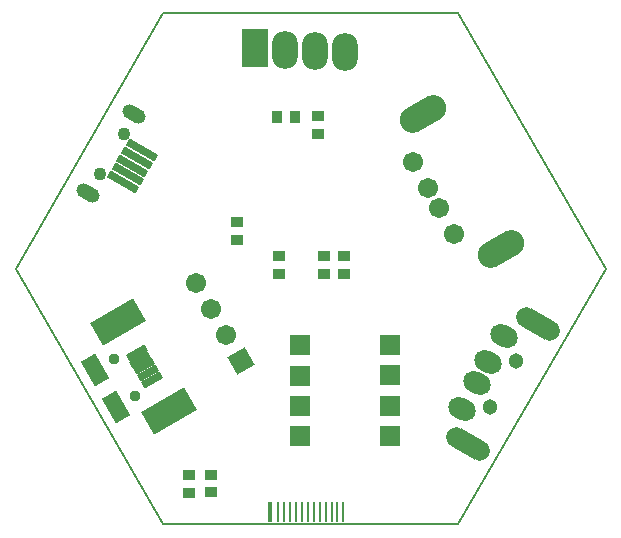
<source format=gts>
%FSLAX25Y25*%
%MOIN*%
G70*
G01*
G75*
G04 Layer_Color=8388736*
%ADD10R,0.03347X0.02756*%
%ADD11R,0.02756X0.03347*%
%ADD12R,0.05906X0.05906*%
G04:AMPARAMS|DCode=13|XSize=157.48mil|YSize=78.74mil|CornerRadius=0mil|HoleSize=0mil|Usage=FLASHONLY|Rotation=30.000|XOffset=0mil|YOffset=0mil|HoleType=Round|Shape=Rectangle|*
%AMROTATEDRECTD13*
4,1,4,-0.04851,-0.07347,-0.08788,-0.00528,0.04851,0.07347,0.08788,0.00528,-0.04851,-0.07347,0.0*
%
%ADD13ROTATEDRECTD13*%

G04:AMPARAMS|DCode=14|XSize=86.61mil|YSize=47.24mil|CornerRadius=0mil|HoleSize=0mil|Usage=FLASHONLY|Rotation=300.000|XOffset=0mil|YOffset=0mil|HoleType=Round|Shape=Rectangle|*
%AMROTATEDRECTD14*
4,1,4,-0.04211,0.02569,-0.00120,0.04932,0.04211,-0.02569,0.00120,-0.04932,-0.04211,0.02569,0.0*
%
%ADD14ROTATEDRECTD14*%

G04:AMPARAMS|DCode=15|XSize=62.99mil|YSize=17.72mil|CornerRadius=0mil|HoleSize=0mil|Usage=FLASHONLY|Rotation=210.000|XOffset=0mil|YOffset=0mil|HoleType=Round|Shape=Rectangle|*
%AMROTATEDRECTD15*
4,1,4,0.02285,0.02342,0.03171,0.00808,-0.02285,-0.02342,-0.03171,-0.00808,0.02285,0.02342,0.0*
%
%ADD15ROTATEDRECTD15*%

G04:AMPARAMS|DCode=16|XSize=102.36mil|YSize=17.72mil|CornerRadius=0mil|HoleSize=0mil|Usage=FLASHONLY|Rotation=330.000|XOffset=0mil|YOffset=0mil|HoleType=Round|Shape=Rectangle|*
%AMROTATEDRECTD16*
4,1,4,-0.04875,0.01792,-0.03990,0.03326,0.04875,-0.01792,0.03990,-0.03326,-0.04875,0.01792,0.0*
%
%ADD16ROTATEDRECTD16*%

%ADD17R,0.00984X0.06693*%
%ADD18R,0.00984X0.06693*%
%ADD19R,0.01575X0.06693*%
%ADD20C,0.00800*%
%ADD21C,0.01000*%
%ADD22C,0.03000*%
%ADD23C,0.02000*%
%ADD24C,0.00250*%
%ADD25C,0.00500*%
G04:AMPARAMS|DCode=26|XSize=86.61mil|YSize=62.99mil|CornerRadius=0mil|HoleSize=0mil|Usage=FLASHONLY|Rotation=150.000|XOffset=0mil|YOffset=0mil|HoleType=Round|Shape=Round|*
%AMOVALD26*
21,1,0.02362,0.06299,0.00000,0.00000,150.0*
1,1,0.06299,0.01023,-0.00591*
1,1,0.06299,-0.01023,0.00591*
%
%ADD26OVALD26*%

G04:AMPARAMS|DCode=27|XSize=150mil|YSize=60mil|CornerRadius=0mil|HoleSize=0mil|Usage=FLASHONLY|Rotation=150.000|XOffset=0mil|YOffset=0mil|HoleType=Round|Shape=Round|*
%AMOVALD27*
21,1,0.09000,0.06000,0.00000,0.00000,150.0*
1,1,0.06000,0.03897,-0.02250*
1,1,0.06000,-0.03897,0.02250*
%
%ADD27OVALD27*%

%ADD28C,0.04331*%
%ADD29C,0.05906*%
G04:AMPARAMS|DCode=30|XSize=157.48mil|YSize=78.74mil|CornerRadius=0mil|HoleSize=0mil|Usage=FLASHONLY|Rotation=210.000|XOffset=0mil|YOffset=0mil|HoleType=Round|Shape=Round|*
%AMOVALD30*
21,1,0.07874,0.07874,0.00000,0.00000,210.0*
1,1,0.07874,0.03410,0.01969*
1,1,0.07874,-0.03410,-0.01969*
%
%ADD30OVALD30*%

%ADD31P,0.08352X4X165.0*%
%ADD32C,0.02953*%
G04:AMPARAMS|DCode=33|XSize=74.8mil|YSize=39.37mil|CornerRadius=0mil|HoleSize=0mil|Usage=FLASHONLY|Rotation=330.000|XOffset=0mil|YOffset=0mil|HoleType=Round|Shape=Round|*
%AMOVALD33*
21,1,0.03543,0.03937,0.00000,0.00000,330.0*
1,1,0.03937,-0.01534,0.00886*
1,1,0.03937,0.01534,-0.00886*
%
%ADD33OVALD33*%

%ADD34C,0.03543*%
%ADD35O,0.07874X0.11811*%
%ADD36R,0.07874X0.11811*%
%ADD37C,0.02000*%
%ADD38C,0.03000*%
%ADD39C,0.00100*%
%ADD40R,0.01575X0.06693*%
%ADD41R,0.10236X0.10236*%
%ADD42R,0.03400X0.01200*%
%ADD43R,0.01200X0.03400*%
G04:AMPARAMS|DCode=44|XSize=23.62mil|YSize=47.24mil|CornerRadius=0mil|HoleSize=0mil|Usage=FLASHONLY|Rotation=225.000|XOffset=0mil|YOffset=0mil|HoleType=Round|Shape=Rectangle|*
%AMROTATEDRECTD44*
4,1,4,-0.00835,0.02506,0.02506,-0.00835,0.00835,-0.02506,-0.02506,0.00835,-0.00835,0.02506,0.0*
%
%ADD44ROTATEDRECTD44*%

%ADD45O,0.02500X0.05500*%
%ADD46R,0.02500X0.05500*%
%ADD47R,0.07874X0.07874*%
%ADD48R,0.07087X0.03937*%
%ADD49R,0.03937X0.02362*%
%ADD50R,0.02362X0.03937*%
G04:AMPARAMS|DCode=51|XSize=27.56mil|YSize=33.47mil|CornerRadius=0mil|HoleSize=0mil|Usage=FLASHONLY|Rotation=45.000|XOffset=0mil|YOffset=0mil|HoleType=Round|Shape=Rectangle|*
%AMROTATEDRECTD51*
4,1,4,0.00209,-0.02158,-0.02158,0.00209,-0.00209,0.02158,0.02158,-0.00209,0.00209,-0.02158,0.0*
%
%ADD51ROTATEDRECTD51*%

G04:AMPARAMS|DCode=52|XSize=27.56mil|YSize=33.47mil|CornerRadius=0mil|HoleSize=0mil|Usage=FLASHONLY|Rotation=315.000|XOffset=0mil|YOffset=0mil|HoleType=Round|Shape=Rectangle|*
%AMROTATEDRECTD52*
4,1,4,-0.02158,-0.00209,0.00209,0.02158,0.02158,0.00209,-0.00209,-0.02158,-0.02158,-0.00209,0.0*
%
%ADD52ROTATEDRECTD52*%

%ADD53P,0.03341X4X270.0*%
%ADD54P,0.03341X4X195.0*%
%ADD55P,0.03341X4X75.0*%
G04:AMPARAMS|DCode=56|XSize=31.5mil|YSize=31.5mil|CornerRadius=3.15mil|HoleSize=0mil|Usage=FLASHONLY|Rotation=180.000|XOffset=0mil|YOffset=0mil|HoleType=Round|Shape=RoundedRectangle|*
%AMROUNDEDRECTD56*
21,1,0.03150,0.02520,0,0,180.0*
21,1,0.02520,0.03150,0,0,180.0*
1,1,0.00630,-0.01260,0.01260*
1,1,0.00630,0.01260,0.01260*
1,1,0.00630,0.01260,-0.01260*
1,1,0.00630,-0.01260,-0.01260*
%
%ADD56ROUNDEDRECTD56*%
%ADD57C,0.01500*%
%ADD58C,0.04000*%
%ADD59C,0.02362*%
%ADD60C,0.00984*%
%ADD61C,0.00787*%
%ADD62C,0.00600*%
%ADD63R,0.02300X0.02400*%
%ADD64R,0.04147X0.03556*%
%ADD65R,0.03556X0.04147*%
%ADD66R,0.06706X0.06706*%
G04:AMPARAMS|DCode=67|XSize=165.48mil|YSize=86.74mil|CornerRadius=0mil|HoleSize=0mil|Usage=FLASHONLY|Rotation=30.000|XOffset=0mil|YOffset=0mil|HoleType=Round|Shape=Rectangle|*
%AMROTATEDRECTD67*
4,1,4,-0.04997,-0.07893,-0.09334,-0.00381,0.04997,0.07893,0.09334,0.00381,-0.04997,-0.07893,0.0*
%
%ADD67ROTATEDRECTD67*%

G04:AMPARAMS|DCode=68|XSize=94.61mil|YSize=55.24mil|CornerRadius=0mil|HoleSize=0mil|Usage=FLASHONLY|Rotation=300.000|XOffset=0mil|YOffset=0mil|HoleType=Round|Shape=Rectangle|*
%AMROTATEDRECTD68*
4,1,4,-0.04758,0.02716,0.00027,0.05478,0.04758,-0.02716,-0.00027,-0.05478,-0.04758,0.02716,0.0*
%
%ADD68ROTATEDRECTD68*%

G04:AMPARAMS|DCode=69|XSize=70.99mil|YSize=25.72mil|CornerRadius=0mil|HoleSize=0mil|Usage=FLASHONLY|Rotation=210.000|XOffset=0mil|YOffset=0mil|HoleType=Round|Shape=Rectangle|*
%AMROTATEDRECTD69*
4,1,4,0.02431,0.02888,0.03717,0.00661,-0.02431,-0.02888,-0.03717,-0.00661,0.02431,0.02888,0.0*
%
%ADD69ROTATEDRECTD69*%

G04:AMPARAMS|DCode=70|XSize=110.36mil|YSize=25.72mil|CornerRadius=0mil|HoleSize=0mil|Usage=FLASHONLY|Rotation=330.000|XOffset=0mil|YOffset=0mil|HoleType=Round|Shape=Rectangle|*
%AMROTATEDRECTD70*
4,1,4,-0.05422,0.01646,-0.04136,0.03873,0.05422,-0.01646,0.04136,-0.03873,-0.05422,0.01646,0.0*
%
%ADD70ROTATEDRECTD70*%

G04:AMPARAMS|DCode=71|XSize=94.61mil|YSize=70.99mil|CornerRadius=0mil|HoleSize=0mil|Usage=FLASHONLY|Rotation=150.000|XOffset=0mil|YOffset=0mil|HoleType=Round|Shape=Round|*
%AMOVALD71*
21,1,0.02362,0.07099,0.00000,0.00000,150.0*
1,1,0.07099,0.01023,-0.00591*
1,1,0.07099,-0.01023,0.00591*
%
%ADD71OVALD71*%

G04:AMPARAMS|DCode=72|XSize=158mil|YSize=68mil|CornerRadius=0mil|HoleSize=0mil|Usage=FLASHONLY|Rotation=150.000|XOffset=0mil|YOffset=0mil|HoleType=Round|Shape=Round|*
%AMOVALD72*
21,1,0.09000,0.06800,0.00000,0.00000,150.0*
1,1,0.06800,0.03897,-0.02250*
1,1,0.06800,-0.03897,0.02250*
%
%ADD72OVALD72*%

%ADD73C,0.05131*%
%ADD74C,0.06706*%
G04:AMPARAMS|DCode=75|XSize=165.48mil|YSize=86.74mil|CornerRadius=0mil|HoleSize=0mil|Usage=FLASHONLY|Rotation=210.000|XOffset=0mil|YOffset=0mil|HoleType=Round|Shape=Round|*
%AMOVALD75*
21,1,0.07874,0.08674,0.00000,0.00000,210.0*
1,1,0.08674,0.03410,0.01969*
1,1,0.08674,-0.03410,-0.01969*
%
%ADD75OVALD75*%

%ADD76P,0.09483X4X165.0*%
%ADD77C,0.03753*%
G04:AMPARAMS|DCode=78|XSize=82.8mil|YSize=47.37mil|CornerRadius=0mil|HoleSize=0mil|Usage=FLASHONLY|Rotation=330.000|XOffset=0mil|YOffset=0mil|HoleType=Round|Shape=Round|*
%AMOVALD78*
21,1,0.03543,0.04737,0.00000,0.00000,330.0*
1,1,0.04737,-0.01534,0.00886*
1,1,0.04737,0.01534,-0.00886*
%
%ADD78OVALD78*%

%ADD79C,0.04343*%
%ADD80O,0.08674X0.12611*%
%ADD81R,0.08674X0.12611*%
D17*
X470553Y211500D02*
D03*
X468585D02*
D03*
X466616D02*
D03*
X464648D02*
D03*
X462679D02*
D03*
X460711D02*
D03*
X458743D02*
D03*
X456774D02*
D03*
X454806D02*
D03*
X452837D02*
D03*
X450869D02*
D03*
D18*
X448900D02*
D03*
D19*
X445947D02*
D03*
D24*
X459838Y377977D02*
G03*
X459838Y377977I-125J0D01*
G01*
X533657Y335358D02*
G03*
X533657Y335358I-125J0D01*
G01*
Y250119D02*
G03*
X533657Y250119I-125J0D01*
G01*
X459838Y207500D02*
G03*
X459838Y207500I-125J0D01*
G01*
X386019Y250119D02*
G03*
X386019Y250119I-125J0D01*
G01*
Y335358D02*
G03*
X386019Y335358I-125J0D01*
G01*
X558263Y292739D02*
G03*
X558263Y292739I-125J0D01*
G01*
X509050Y207500D02*
G03*
X509050Y207500I-125J0D01*
G01*
X410625D02*
G03*
X410625Y207500I-125J0D01*
G01*
X361412Y292739D02*
G03*
X361412Y292739I-125J0D01*
G01*
X410625Y377977D02*
G03*
X410625Y377977I-125J0D01*
G01*
X421800Y289922D02*
G03*
X421800Y289922I-125J0D01*
G01*
D25*
X410500Y377977D02*
X508925D01*
X558138Y292739D01*
X508925Y207500D02*
X558138Y292739D01*
X410500Y207500D02*
X508925D01*
X361287Y292739D02*
X410500Y207500D01*
X361287Y292739D02*
X410500Y377977D01*
D64*
X462100Y343500D02*
D03*
Y337595D02*
D03*
X470800Y297000D02*
D03*
Y291094D02*
D03*
X464200Y297000D02*
D03*
Y291094D02*
D03*
X435200Y302400D02*
D03*
Y308306D02*
D03*
X449200Y297000D02*
D03*
Y291094D02*
D03*
X419200Y218094D02*
D03*
Y224000D02*
D03*
X426500Y224061D02*
D03*
Y218155D02*
D03*
D65*
X454500Y343400D02*
D03*
X448595D02*
D03*
D66*
X456100Y257100D02*
D03*
X456100Y267200D02*
D03*
X486100D02*
D03*
X486100Y257200D02*
D03*
Y237100D02*
D03*
X486100Y247100D02*
D03*
X456100Y247100D02*
D03*
X456100Y237100D02*
D03*
D67*
X412422Y245172D02*
D03*
X395296Y274835D02*
D03*
D68*
X394719Y246543D02*
D03*
X387632Y258818D02*
D03*
D69*
X401641Y264632D02*
D03*
X402920Y262416D02*
D03*
X404200Y260200D02*
D03*
X405480Y257984D02*
D03*
X406759Y255768D02*
D03*
D70*
X403399Y332411D02*
D03*
X401824Y329683D02*
D03*
X400250Y326955D02*
D03*
X398675Y324228D02*
D03*
X397100Y321500D02*
D03*
D71*
X509955Y246068D02*
D03*
X514986Y254783D02*
D03*
X518923Y261602D02*
D03*
X523955Y270316D02*
D03*
D72*
X512186Y234184D02*
D03*
X535414Y274416D02*
D03*
D73*
X519371Y246628D02*
D03*
X528229Y261971D02*
D03*
D74*
X507500Y304400D02*
D03*
X502579Y312924D02*
D03*
X498642Y319743D02*
D03*
X493720Y328267D02*
D03*
X421400Y287981D02*
D03*
X426400Y279321D02*
D03*
X431400Y270660D02*
D03*
D75*
X523149Y299342D02*
D03*
X497165Y344348D02*
D03*
D76*
X436400Y262000D02*
D03*
D77*
X394179Y262597D02*
D03*
X401265Y250323D02*
D03*
D78*
X400727Y344182D02*
D03*
X385396Y318028D02*
D03*
D79*
X389592Y324244D02*
D03*
X397269Y337541D02*
D03*
D80*
X451100Y365806D02*
D03*
X461100Y365413D02*
D03*
X471100Y365019D02*
D03*
D81*
X441100Y366200D02*
D03*
M02*

</source>
